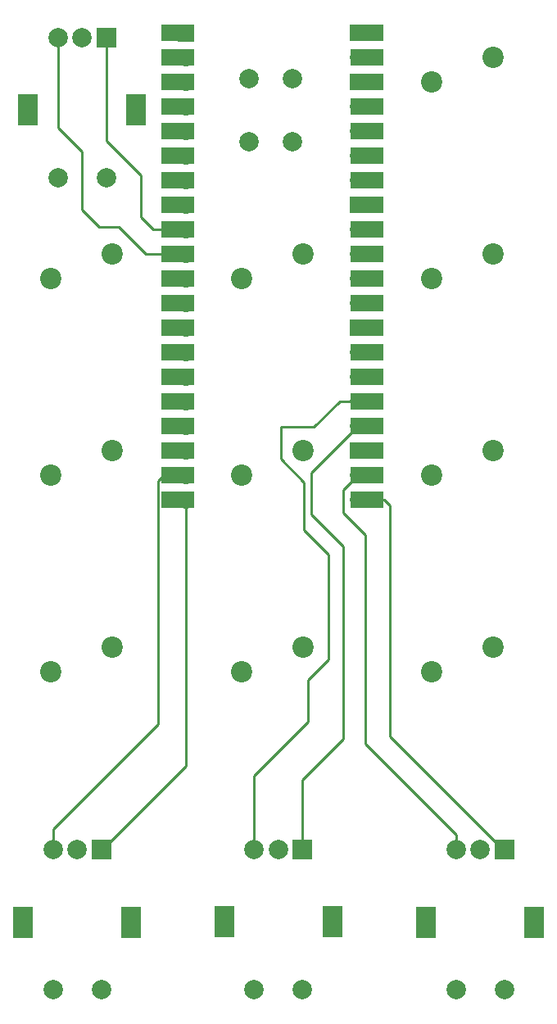
<source format=gbr>
%TF.GenerationSoftware,KiCad,Pcbnew,(5.1.10)-1*%
%TF.CreationDate,2022-09-07T09:40:49-04:00*%
%TF.ProjectId,BlenderMacroBoardPCB,426c656e-6465-4724-9d61-63726f426f61,rev?*%
%TF.SameCoordinates,Original*%
%TF.FileFunction,Copper,L2,Bot*%
%TF.FilePolarity,Positive*%
%FSLAX46Y46*%
G04 Gerber Fmt 4.6, Leading zero omitted, Abs format (unit mm)*
G04 Created by KiCad (PCBNEW (5.1.10)-1) date 2022-09-07 09:40:49*
%MOMM*%
%LPD*%
G01*
G04 APERTURE LIST*
%TA.AperFunction,ComponentPad*%
%ADD10C,2.000000*%
%TD*%
%TA.AperFunction,SMDPad,CuDef*%
%ADD11R,3.500000X1.700000*%
%TD*%
%TA.AperFunction,ComponentPad*%
%ADD12O,1.700000X1.700000*%
%TD*%
%TA.AperFunction,ComponentPad*%
%ADD13R,1.700000X1.700000*%
%TD*%
%TA.AperFunction,ComponentPad*%
%ADD14C,2.200000*%
%TD*%
%TA.AperFunction,ComponentPad*%
%ADD15R,2.000000X2.000000*%
%TD*%
%TA.AperFunction,ComponentPad*%
%ADD16R,2.000000X3.200000*%
%TD*%
%TA.AperFunction,Conductor*%
%ADD17C,0.250000*%
%TD*%
G04 APERTURE END LIST*
D10*
%TO.P,Reset,1*%
%TO.N,N/C*%
X147447000Y-49888000D03*
%TO.P,Reset,2*%
X151947000Y-49888000D03*
%TO.P,Reset,1*%
X147447000Y-56388000D03*
%TO.P,Reset,2*%
X151947000Y-56388000D03*
%TD*%
D11*
%TO.P,Pico,21*%
%TO.N,N/C*%
X140070000Y-93345000D03*
%TO.P,Pico,22*%
X140070000Y-90805000D03*
%TO.P,Pico,23*%
X140070000Y-88265000D03*
%TO.P,Pico,24*%
X140070000Y-85725000D03*
%TO.P,Pico,25*%
X140070000Y-83185000D03*
%TO.P,Pico,26*%
X140070000Y-80645000D03*
%TO.P,Pico,27*%
X140070000Y-78105000D03*
%TO.P,Pico,28*%
X140070000Y-75565000D03*
%TO.P,Pico,29*%
X140070000Y-73025000D03*
%TO.P,Pico,30*%
X140070000Y-70485000D03*
%TO.P,Pico,31*%
X140070000Y-67945000D03*
%TO.P,Pico,32*%
X140070000Y-65405000D03*
%TO.P,Pico,33*%
X140070000Y-62865000D03*
%TO.P,Pico,34*%
X140070000Y-60325000D03*
%TO.P,Pico,35*%
X140070000Y-57785000D03*
%TO.P,Pico,36*%
X140070000Y-55245000D03*
%TO.P,Pico,37*%
X140070000Y-52705000D03*
%TO.P,Pico,38*%
X140070000Y-50165000D03*
%TO.P,Pico,39*%
X140070000Y-47625000D03*
%TO.P,Pico,40*%
X140070000Y-45085000D03*
%TO.P,Pico,20*%
X159650000Y-93345000D03*
%TO.P,Pico,19*%
X159650000Y-90805000D03*
%TO.P,Pico,18*%
X159650000Y-88265000D03*
%TO.P,Pico,17*%
X159650000Y-85725000D03*
%TO.P,Pico,16*%
X159650000Y-83185000D03*
%TO.P,Pico,15*%
X159650000Y-80645000D03*
%TO.P,Pico,14*%
X159650000Y-78105000D03*
%TO.P,Pico,13*%
X159650000Y-75565000D03*
%TO.P,Pico,12*%
X159650000Y-73025000D03*
%TO.P,Pico,11*%
X159650000Y-70485000D03*
%TO.P,Pico,10*%
X159650000Y-67945000D03*
%TO.P,Pico,9*%
X159650000Y-65405000D03*
%TO.P,Pico,8*%
X159650000Y-62865000D03*
%TO.P,Pico,7*%
X159650000Y-60325000D03*
%TO.P,Pico,6*%
X159650000Y-57785000D03*
%TO.P,Pico,5*%
X159650000Y-55245000D03*
%TO.P,Pico,4*%
X159650000Y-52705000D03*
%TO.P,Pico,3*%
X159650000Y-50165000D03*
%TO.P,Pico,2*%
X159650000Y-47625000D03*
%TO.P,Pico,1*%
X159650000Y-45085000D03*
D12*
%TO.P,Pico,40*%
X140970000Y-45085000D03*
%TO.P,Pico,39*%
X140970000Y-47625000D03*
D13*
%TO.P,Pico,38*%
X140970000Y-50165000D03*
D12*
%TO.P,Pico,37*%
X140970000Y-52705000D03*
%TO.P,Pico,36*%
X140970000Y-55245000D03*
%TO.P,Pico,35*%
X140970000Y-57785000D03*
%TO.P,Pico,34*%
X140970000Y-60325000D03*
D13*
%TO.P,Pico,33*%
X140970000Y-62865000D03*
D12*
%TO.P,Pico,32*%
X140970000Y-65405000D03*
%TO.P,Pico,31*%
X140970000Y-67945000D03*
%TO.P,Pico,30*%
X140970000Y-70485000D03*
%TO.P,Pico,29*%
X140970000Y-73025000D03*
D13*
%TO.P,Pico,28*%
X140970000Y-75565000D03*
D12*
%TO.P,Pico,27*%
X140970000Y-78105000D03*
%TO.P,Pico,26*%
X140970000Y-80645000D03*
%TO.P,Pico,25*%
X140970000Y-83185000D03*
%TO.P,Pico,24*%
X140970000Y-85725000D03*
D13*
%TO.P,Pico,23*%
X140970000Y-88265000D03*
D12*
%TO.P,Pico,22*%
X140970000Y-90805000D03*
%TO.P,Pico,21*%
X140970000Y-93345000D03*
%TO.P,Pico,20*%
X158750000Y-93345000D03*
%TO.P,Pico,19*%
X158750000Y-90805000D03*
D13*
%TO.P,Pico,18*%
X158750000Y-88265000D03*
D12*
%TO.P,Pico,17*%
X158750000Y-85725000D03*
%TO.P,Pico,16*%
X158750000Y-83185000D03*
%TO.P,Pico,15*%
X158750000Y-80645000D03*
%TO.P,Pico,14*%
X158750000Y-78105000D03*
D13*
%TO.P,Pico,13*%
X158750000Y-75565000D03*
D12*
%TO.P,Pico,12*%
X158750000Y-73025000D03*
%TO.P,Pico,11*%
X158750000Y-70485000D03*
%TO.P,Pico,10*%
X158750000Y-67945000D03*
%TO.P,Pico,9*%
X158750000Y-65405000D03*
D13*
%TO.P,Pico,8*%
X158750000Y-62865000D03*
D12*
%TO.P,Pico,7*%
X158750000Y-60325000D03*
%TO.P,Pico,6*%
X158750000Y-57785000D03*
%TO.P,Pico,5*%
X158750000Y-55245000D03*
%TO.P,Pico,4*%
X158750000Y-52705000D03*
D13*
%TO.P,Pico,3*%
X158750000Y-50165000D03*
D12*
%TO.P,Pico,2*%
X158750000Y-47625000D03*
%TO.P,Pico,1*%
X158750000Y-45085000D03*
%TD*%
D14*
%TO.P,Button9,2*%
%TO.N,N/C*%
X166370000Y-111125000D03*
%TO.P,Button9,1*%
X172720000Y-108585000D03*
%TD*%
D12*
%TO.P,Pin Header,20*%
%TO.N,N/C*%
X140970000Y-93472000D03*
%TO.P,Pin Header,19*%
X140970000Y-90932000D03*
%TO.P,Pin Header,18*%
X140970000Y-88392000D03*
%TO.P,Pin Header,17*%
X140970000Y-85852000D03*
%TO.P,Pin Header,16*%
X140970000Y-83312000D03*
%TO.P,Pin Header,15*%
X140970000Y-80772000D03*
%TO.P,Pin Header,14*%
X140970000Y-78232000D03*
%TO.P,Pin Header,13*%
X140970000Y-75692000D03*
%TO.P,Pin Header,12*%
X140970000Y-73152000D03*
%TO.P,Pin Header,11*%
X140970000Y-70612000D03*
%TO.P,Pin Header,10*%
X140970000Y-68072000D03*
%TO.P,Pin Header,9*%
X140970000Y-65532000D03*
%TO.P,Pin Header,8*%
X140970000Y-62992000D03*
%TO.P,Pin Header,7*%
X140970000Y-60452000D03*
%TO.P,Pin Header,6*%
X140970000Y-57912000D03*
%TO.P,Pin Header,5*%
X140970000Y-55372000D03*
%TO.P,Pin Header,4*%
X140970000Y-52832000D03*
%TO.P,Pin Header,3*%
X140970000Y-50292000D03*
%TO.P,Pin Header,2*%
X140970000Y-47752000D03*
D13*
%TO.P,Pin Header,1*%
X140970000Y-45212000D03*
%TD*%
D14*
%TO.P,Button3,2*%
%TO.N,N/C*%
X166370000Y-70485000D03*
%TO.P,Button3,1*%
X172720000Y-67945000D03*
%TD*%
%TO.P,Button6,1*%
%TO.N,N/C*%
X172720000Y-88265000D03*
%TO.P,Button6,2*%
X166370000Y-90805000D03*
%TD*%
D13*
%TO.P,Pin Header,1*%
%TO.N,N/C*%
X158750000Y-45085000D03*
D12*
%TO.P,Pin Header,2*%
X158750000Y-47625000D03*
%TO.P,Pin Header,3*%
X158750000Y-50165000D03*
%TO.P,Pin Header,4*%
X158750000Y-52705000D03*
%TO.P,Pin Header,5*%
X158750000Y-55245000D03*
%TO.P,Pin Header,6*%
X158750000Y-57785000D03*
%TO.P,Pin Header,7*%
X158750000Y-60325000D03*
%TO.P,Pin Header,8*%
X158750000Y-62865000D03*
%TO.P,Pin Header,9*%
X158750000Y-65405000D03*
%TO.P,Pin Header,10*%
X158750000Y-67945000D03*
%TO.P,Pin Header,11*%
X158750000Y-70485000D03*
%TO.P,Pin Header,12*%
X158750000Y-73025000D03*
%TO.P,Pin Header,13*%
X158750000Y-75565000D03*
%TO.P,Pin Header,14*%
X158750000Y-78105000D03*
%TO.P,Pin Header,15*%
X158750000Y-80645000D03*
%TO.P,Pin Header,16*%
X158750000Y-83185000D03*
%TO.P,Pin Header,17*%
X158750000Y-85725000D03*
%TO.P,Pin Header,18*%
X158750000Y-88265000D03*
%TO.P,Pin Header,19*%
X158750000Y-90805000D03*
%TO.P,Pin Header,20*%
X158750000Y-93345000D03*
%TD*%
D14*
%TO.P,Button0,1*%
%TO.N,N/C*%
X172720000Y-47625000D03*
%TO.P,Button0,2*%
X166370000Y-50165000D03*
%TD*%
%TO.P,Button4,2*%
%TO.N,N/C*%
X127000000Y-90805000D03*
%TO.P,Button4,1*%
X133350000Y-88265000D03*
%TD*%
%TO.P,Button1,2*%
%TO.N,N/C*%
X127000000Y-70485000D03*
%TO.P,Button1,1*%
X133350000Y-67945000D03*
%TD*%
%TO.P,Button5,2*%
%TO.N,N/C*%
X146685000Y-90805000D03*
%TO.P,Button5,1*%
X153035000Y-88265000D03*
%TD*%
D15*
%TO.P,Rotary 0,A*%
%TO.N,N/C*%
X132715000Y-45593000D03*
D10*
%TO.P,Rotary 0,C*%
X130215000Y-45593000D03*
%TO.P,Rotary 0,B*%
X127715000Y-45593000D03*
D16*
%TO.P,Rotary 0,MP*%
X135815000Y-53093000D03*
X124615000Y-53093000D03*
D10*
%TO.P,Rotary 0,S2*%
X132715000Y-60093000D03*
%TO.P,Rotary 0,S1*%
X127715000Y-60093000D03*
%TD*%
D14*
%TO.P,Button2,1*%
%TO.N,N/C*%
X153035000Y-67945000D03*
%TO.P,Button2,2*%
X146685000Y-70485000D03*
%TD*%
D15*
%TO.P,Rotary 1,A*%
%TO.N,N/C*%
X132207000Y-129540000D03*
D10*
%TO.P,Rotary 1,C*%
X129707000Y-129540000D03*
%TO.P,Rotary 1,B*%
X127207000Y-129540000D03*
D16*
%TO.P,Rotary 1,MP*%
X135307000Y-137040000D03*
X124107000Y-137040000D03*
D10*
%TO.P,Rotary 1,S2*%
X132207000Y-144040000D03*
%TO.P,Rotary 1,S1*%
X127207000Y-144040000D03*
%TD*%
D15*
%TO.P,Rotary 3,A*%
%TO.N,N/C*%
X173863000Y-129540000D03*
D10*
%TO.P,Rotary 3,C*%
X171363000Y-129540000D03*
%TO.P,Rotary 3,B*%
X168863000Y-129540000D03*
D16*
%TO.P,Rotary 3,MP*%
X176963000Y-137040000D03*
X165763000Y-137040000D03*
D10*
%TO.P,Rotary 3,S2*%
X173863000Y-144040000D03*
%TO.P,Rotary 3,S1*%
X168863000Y-144040000D03*
%TD*%
D14*
%TO.P,Button7,2*%
%TO.N,N/C*%
X127000000Y-111125000D03*
%TO.P,Button7,1*%
X133350000Y-108585000D03*
%TD*%
%TO.P,Button8,1*%
%TO.N,N/C*%
X153035000Y-108585000D03*
%TO.P,Button8,2*%
X146685000Y-111125000D03*
%TD*%
D10*
%TO.P,Rotary 2,S1*%
%TO.N,N/C*%
X147993082Y-144016945D03*
%TO.P,Rotary 2,S2*%
X152993082Y-144016945D03*
D16*
%TO.P,Rotary 2,MP*%
X144893082Y-137016945D03*
X156093082Y-137016945D03*
D10*
%TO.P,Rotary 2,B*%
X147993082Y-129516945D03*
%TO.P,Rotary 2,C*%
X150493082Y-129516945D03*
D15*
%TO.P,Rotary 2,A*%
X152993082Y-129516945D03*
%TD*%
D17*
%TO.N,*%
X168863000Y-129540000D02*
X168863000Y-127969000D01*
X168863000Y-127969000D02*
X159512000Y-118618000D01*
X159512000Y-118618000D02*
X159512000Y-97028000D01*
X159512000Y-97028000D02*
X157226000Y-94742000D01*
X157226000Y-92329000D02*
X158750000Y-90805000D01*
X157226000Y-94742000D02*
X157226000Y-92329000D01*
X173863000Y-129540000D02*
X173736000Y-129540000D01*
X173736000Y-129540000D02*
X162052000Y-117856000D01*
X162052000Y-117856000D02*
X162052000Y-93980000D01*
X161417000Y-93345000D02*
X158750000Y-93345000D01*
X162052000Y-93980000D02*
X161417000Y-93345000D01*
X132207000Y-129540000D02*
X132334000Y-129540000D01*
X140970000Y-120904000D02*
X140970000Y-93472000D01*
X132334000Y-129540000D02*
X140970000Y-120904000D01*
X127207000Y-129540000D02*
X127207000Y-127428000D01*
X127207000Y-127428000D02*
X138049000Y-116586000D01*
X138049000Y-116586000D02*
X138049000Y-91440000D01*
X138684000Y-90805000D02*
X140970000Y-90805000D01*
X138049000Y-91440000D02*
X138684000Y-90805000D01*
X127715000Y-45593000D02*
X127715000Y-54944000D01*
X127715000Y-54944000D02*
X130175000Y-57404000D01*
X130175000Y-57404000D02*
X130175000Y-63373000D01*
X130175000Y-63373000D02*
X131953000Y-65151000D01*
X131953000Y-65151000D02*
X133985000Y-65151000D01*
X136779000Y-67945000D02*
X140970000Y-67945000D01*
X133985000Y-65151000D02*
X136779000Y-67945000D01*
X132715000Y-45593000D02*
X132715000Y-56261000D01*
X132715000Y-56261000D02*
X136271000Y-59817000D01*
X136271000Y-59817000D02*
X136271000Y-64135000D01*
X137541000Y-65405000D02*
X140970000Y-65405000D01*
X136271000Y-64135000D02*
X137541000Y-65405000D01*
X153924000Y-94869000D02*
X153924000Y-90551000D01*
X157226000Y-118110000D02*
X157226000Y-98171000D01*
X153924000Y-90551000D02*
X158750000Y-85725000D01*
X152993082Y-122342918D02*
X157226000Y-118110000D01*
X157226000Y-98171000D02*
X153924000Y-94869000D01*
X152993082Y-129516945D02*
X152993082Y-122342918D01*
X150749000Y-89154000D02*
X150749000Y-85852000D01*
X150749000Y-85852000D02*
X154178000Y-85852000D01*
X153162000Y-96520000D02*
X153162000Y-91567000D01*
X153162000Y-91567000D02*
X150749000Y-89154000D01*
X155702000Y-99060000D02*
X153162000Y-96520000D01*
X156845000Y-83185000D02*
X158750000Y-83185000D01*
X154178000Y-85852000D02*
X156845000Y-83185000D01*
X155702000Y-109855000D02*
X155702000Y-99060000D01*
X153543000Y-116332000D02*
X153543000Y-112014000D01*
X153543000Y-112014000D02*
X155702000Y-109855000D01*
X147993082Y-121881918D02*
X153543000Y-116332000D01*
X147993082Y-129516945D02*
X147993082Y-121881918D01*
%TD*%
M02*

</source>
